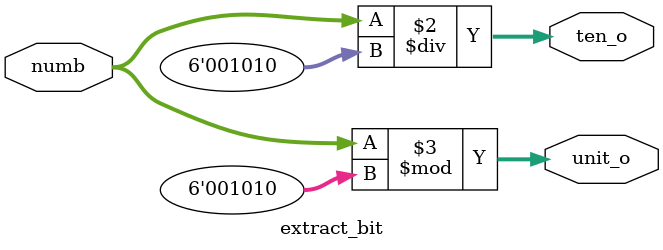
<source format=v>
module extract_bit(
	input [5:0] numb,
	output reg [5:0] ten_o,
	output reg [5:0] unit_o
);
always @ (numb)
begin
    ten_o <= numb / 6'd10;
    unit_o <= numb % 6'd10;
end

endmodule
</source>
